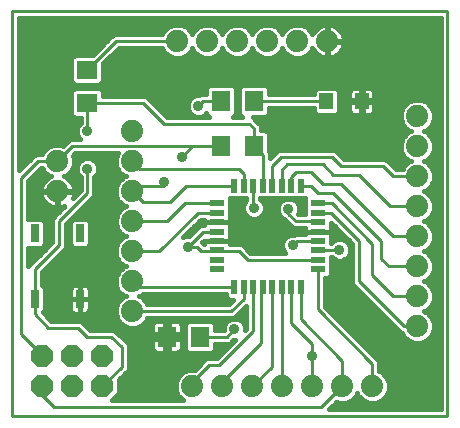
<source format=gtl>
G75*
%MOIN*%
%OFA0B0*%
%FSLAX24Y24*%
%IPPOS*%
%LPD*%
%AMOC8*
5,1,8,0,0,1.08239X$1,22.5*
%
%ADD10C,0.0100*%
%ADD11R,0.0500X0.0220*%
%ADD12R,0.0220X0.0500*%
%ADD13R,0.0630X0.0709*%
%ADD14R,0.0300X0.0600*%
%ADD15R,0.0472X0.0551*%
%ADD16C,0.0740*%
%ADD17OC8,0.0740*%
%ADD18R,0.0709X0.0630*%
%ADD19C,0.0160*%
%ADD20C,0.0356*%
D10*
X000180Y000180D02*
X014680Y000180D01*
X014680Y013680D01*
X000180Y013680D01*
X000180Y000180D01*
X001180Y000880D02*
X001580Y000480D01*
X010480Y000480D01*
X011180Y001180D01*
X011180Y002030D01*
X009782Y003428D01*
X009782Y004490D01*
X009480Y004477D02*
X009467Y004490D01*
X009480Y004477D02*
X009480Y003280D01*
X010180Y002580D01*
X010180Y002180D01*
X010180Y001180D01*
X009180Y001180D02*
X009152Y001208D01*
X009152Y004490D01*
X008837Y004490D02*
X008837Y001837D01*
X008180Y001180D01*
X007180Y001180D02*
X007180Y001330D01*
X008480Y002630D01*
X008480Y004447D01*
X008523Y004490D01*
X008208Y004490D02*
X008208Y003008D01*
X007080Y001880D01*
X006730Y001880D01*
X006180Y001330D01*
X006180Y001180D01*
X006431Y002830D02*
X007330Y002830D01*
X007580Y003080D01*
X007480Y003680D02*
X004180Y003680D01*
X004370Y004490D02*
X004180Y004680D01*
X004370Y004490D02*
X007578Y004490D01*
X007893Y004490D02*
X007893Y004093D01*
X007480Y003680D01*
X008017Y005393D02*
X007730Y005680D01*
X007018Y005680D01*
X006990Y005708D01*
X006962Y005680D01*
X006480Y005680D01*
X006330Y005830D01*
X006030Y005830D01*
X006537Y006337D01*
X006990Y006337D01*
X006990Y006967D02*
X006367Y006967D01*
X005080Y005680D01*
X004180Y005680D01*
X004180Y006680D02*
X005330Y006680D01*
X005932Y007282D01*
X006990Y007282D01*
X007578Y007870D02*
X005970Y007870D01*
X005430Y007330D01*
X004530Y007330D01*
X004180Y007680D01*
X004370Y007870D01*
X005230Y007870D01*
X005230Y007980D01*
X004430Y008430D02*
X004180Y008680D01*
X004430Y008430D02*
X007730Y008430D01*
X007893Y008267D01*
X007893Y007870D01*
X008208Y007870D02*
X008208Y007152D01*
X008230Y007130D01*
X008523Y007870D02*
X008523Y008889D01*
X008231Y009180D01*
X008231Y009779D01*
X008080Y009930D01*
X005230Y009930D01*
X004530Y010630D01*
X002681Y010630D01*
X002680Y010629D01*
X002680Y009680D01*
X002180Y009180D02*
X001680Y008680D01*
X001030Y008680D01*
X000480Y008130D01*
X000480Y002930D01*
X001180Y002230D01*
X001180Y002180D01*
X001380Y003130D02*
X002380Y003130D01*
X002680Y002830D01*
X003480Y002830D01*
X003830Y002480D01*
X003830Y001830D01*
X003180Y001180D01*
X001180Y001180D02*
X001180Y000880D01*
X001380Y003130D02*
X000930Y003580D01*
X000930Y004080D01*
X000930Y005080D01*
X001730Y005880D01*
X001730Y006680D01*
X002680Y007630D01*
X002680Y008430D01*
X002180Y009180D02*
X007129Y009180D01*
X006180Y009180D01*
X005830Y008830D01*
X006380Y010530D02*
X006530Y010680D01*
X007129Y010680D01*
X008231Y010680D02*
X010639Y010680D01*
X010830Y008830D02*
X009130Y008830D01*
X008837Y008537D01*
X008837Y007870D01*
X009152Y007870D02*
X009152Y008402D01*
X009330Y008580D01*
X010530Y008580D01*
X010880Y008230D01*
X011730Y008230D01*
X012780Y007180D01*
X013680Y007180D01*
X013680Y006180D02*
X012880Y006180D01*
X011130Y007930D01*
X010530Y007930D01*
X010130Y008330D01*
X009630Y008330D01*
X009467Y008167D01*
X009467Y007870D01*
X009782Y007870D02*
X010140Y007870D01*
X010380Y007630D01*
X010880Y007630D01*
X012480Y006030D01*
X012480Y005430D01*
X012730Y005180D01*
X013680Y005180D01*
X013680Y004180D02*
X012880Y004180D01*
X012180Y004880D01*
X012180Y005930D01*
X010828Y007282D01*
X010370Y007282D01*
X010370Y006967D02*
X010793Y006967D01*
X011730Y006030D01*
X011730Y004680D01*
X013230Y003180D01*
X013680Y003180D01*
X012180Y001930D02*
X012180Y001180D01*
X012180Y001930D02*
X010370Y003740D01*
X010370Y005078D01*
X010370Y005393D02*
X008017Y005393D01*
X009530Y005880D02*
X009673Y006023D01*
X010370Y006023D01*
X010370Y005708D02*
X011058Y005708D01*
X011080Y005730D01*
X010370Y006652D02*
X010342Y006680D01*
X009630Y006680D01*
X009380Y006930D01*
X009380Y007080D01*
X011130Y008530D02*
X012530Y008530D01*
X012880Y008180D01*
X013680Y008180D01*
X011130Y008530D02*
X010830Y008830D01*
X005680Y012680D02*
X003629Y012680D01*
X002680Y011731D01*
D11*
X006990Y007282D03*
X006990Y006967D03*
X006990Y006652D03*
X006990Y006337D03*
X006990Y006023D03*
X006990Y005708D03*
X006990Y005393D03*
X006990Y005078D03*
X010370Y005078D03*
X010370Y005393D03*
X010370Y005708D03*
X010370Y006023D03*
X010370Y006337D03*
X010370Y006652D03*
X010370Y006967D03*
X010370Y007282D03*
D12*
X009782Y007870D03*
X009467Y007870D03*
X009152Y007870D03*
X008837Y007870D03*
X008523Y007870D03*
X008208Y007870D03*
X007893Y007870D03*
X007578Y007870D03*
X007578Y004490D03*
X007893Y004490D03*
X008208Y004490D03*
X008523Y004490D03*
X008837Y004490D03*
X009152Y004490D03*
X009467Y004490D03*
X009782Y004490D03*
D13*
X006431Y002830D03*
X005329Y002830D03*
X007129Y009180D03*
X008231Y009180D03*
X008231Y010680D03*
X007129Y010680D03*
D14*
X002430Y006280D03*
X000930Y006280D03*
X000930Y004080D03*
X002430Y004080D03*
D15*
X010639Y010680D03*
X011821Y010680D03*
D16*
X013680Y010180D03*
X013680Y009180D03*
X013680Y008180D03*
X013680Y007180D03*
X013680Y006180D03*
X013680Y005180D03*
X013680Y004180D03*
X013680Y003180D03*
X012180Y001180D03*
X011180Y001180D03*
X010180Y001180D03*
X009180Y001180D03*
X008180Y001180D03*
X007180Y001180D03*
X006180Y001180D03*
X004180Y003680D03*
X004180Y004680D03*
X004180Y005680D03*
X004180Y006680D03*
X004180Y007680D03*
X004180Y008680D03*
X004180Y009680D03*
X001680Y008680D03*
X001680Y007680D03*
X005680Y012680D03*
X006680Y012680D03*
X007680Y012680D03*
X008680Y012680D03*
X009680Y012680D03*
X010680Y012680D03*
D17*
X003180Y002180D03*
X003180Y001180D03*
X002180Y001180D03*
X002180Y002180D03*
X001180Y002180D03*
X001180Y001180D03*
D18*
X002680Y010629D03*
X002680Y011731D03*
D19*
X003214Y011751D02*
X014450Y011751D01*
X014450Y011909D02*
X003214Y011909D01*
X003214Y011940D02*
X003724Y012450D01*
X005180Y012450D01*
X005214Y012368D01*
X005368Y012214D01*
X005571Y012130D01*
X005789Y012130D01*
X005992Y012214D01*
X006146Y012368D01*
X006180Y012450D01*
X006214Y012368D01*
X006368Y012214D01*
X006571Y012130D01*
X006789Y012130D01*
X006992Y012214D01*
X007146Y012368D01*
X007180Y012450D01*
X007214Y012368D01*
X007368Y012214D01*
X007571Y012130D01*
X007789Y012130D01*
X007992Y012214D01*
X008146Y012368D01*
X008180Y012450D01*
X008214Y012368D01*
X008368Y012214D01*
X008571Y012130D01*
X008789Y012130D01*
X008992Y012214D01*
X009146Y012368D01*
X009180Y012450D01*
X009214Y012368D01*
X009368Y012214D01*
X009571Y012130D01*
X009789Y012130D01*
X009992Y012214D01*
X010146Y012368D01*
X010180Y012450D01*
X010210Y012392D01*
X010260Y012322D01*
X010322Y012260D01*
X010392Y012210D01*
X010469Y012170D01*
X010551Y012144D01*
X010637Y012130D01*
X010660Y012130D01*
X010660Y012660D01*
X010700Y012660D01*
X010700Y012700D01*
X010660Y012700D01*
X010660Y013230D01*
X010637Y013230D01*
X010551Y013216D01*
X010469Y013190D01*
X010392Y013150D01*
X010322Y013100D01*
X010260Y013038D01*
X010210Y012968D01*
X010180Y012910D01*
X010146Y012992D01*
X009992Y013146D01*
X009789Y013230D01*
X009571Y013230D01*
X009368Y013146D01*
X009214Y012992D01*
X009180Y012910D01*
X009146Y012992D01*
X008992Y013146D01*
X008789Y013230D01*
X008571Y013230D01*
X008368Y013146D01*
X008214Y012992D01*
X008180Y012910D01*
X008146Y012992D01*
X007992Y013146D01*
X007789Y013230D01*
X007571Y013230D01*
X007368Y013146D01*
X007214Y012992D01*
X007180Y012910D01*
X007146Y012992D01*
X006992Y013146D01*
X006789Y013230D01*
X006571Y013230D01*
X006368Y013146D01*
X006214Y012992D01*
X006180Y012910D01*
X006146Y012992D01*
X005992Y013146D01*
X005789Y013230D01*
X005571Y013230D01*
X005368Y013146D01*
X005214Y012992D01*
X005180Y012910D01*
X003534Y012910D01*
X002850Y012226D01*
X002251Y012226D01*
X000410Y012226D01*
X000410Y012068D02*
X002146Y012068D01*
X002146Y012121D02*
X002146Y011342D01*
X002251Y011236D01*
X003109Y011236D01*
X003214Y011342D01*
X003214Y011940D01*
X003342Y012068D02*
X014450Y012068D01*
X014450Y012226D02*
X010991Y012226D01*
X010968Y012210D02*
X011038Y012260D01*
X011100Y012322D01*
X011150Y012392D01*
X011190Y012469D01*
X011216Y012551D01*
X011230Y012637D01*
X011230Y012660D01*
X010700Y012660D01*
X010700Y012130D01*
X010723Y012130D01*
X010809Y012144D01*
X010891Y012170D01*
X010968Y012210D01*
X010700Y012226D02*
X010660Y012226D01*
X010660Y012385D02*
X010700Y012385D01*
X010700Y012543D02*
X010660Y012543D01*
X010660Y012702D02*
X010700Y012702D01*
X010700Y012700D02*
X010700Y013230D01*
X010723Y013230D01*
X010809Y013216D01*
X010891Y013190D01*
X010968Y013150D01*
X011038Y013100D01*
X011100Y013038D01*
X011150Y012968D01*
X011190Y012891D01*
X011216Y012809D01*
X011230Y012723D01*
X011230Y012700D01*
X010700Y012700D01*
X010700Y012860D02*
X010660Y012860D01*
X010660Y013019D02*
X010700Y013019D01*
X010700Y013177D02*
X010660Y013177D01*
X010444Y013177D02*
X009917Y013177D01*
X010119Y013019D02*
X010246Y013019D01*
X010215Y012385D02*
X010153Y012385D01*
X010004Y012226D02*
X010369Y012226D01*
X011114Y013019D02*
X014450Y013019D01*
X014450Y012860D02*
X011200Y012860D01*
X011230Y012702D02*
X014450Y012702D01*
X014450Y012543D02*
X011214Y012543D01*
X011145Y012385D02*
X014450Y012385D01*
X014450Y013177D02*
X010916Y013177D01*
X009443Y013177D02*
X008917Y013177D01*
X009119Y013019D02*
X009241Y013019D01*
X009207Y012385D02*
X009153Y012385D01*
X009004Y012226D02*
X009356Y012226D01*
X008356Y012226D02*
X008004Y012226D01*
X008153Y012385D02*
X008207Y012385D01*
X008241Y013019D02*
X008119Y013019D01*
X007917Y013177D02*
X008443Y013177D01*
X007443Y013177D02*
X006917Y013177D01*
X007119Y013019D02*
X007241Y013019D01*
X007207Y012385D02*
X007153Y012385D01*
X007004Y012226D02*
X007356Y012226D01*
X006356Y012226D02*
X006004Y012226D01*
X006153Y012385D02*
X006207Y012385D01*
X006241Y013019D02*
X006119Y013019D01*
X005917Y013177D02*
X006443Y013177D01*
X005443Y013177D02*
X000410Y013177D01*
X000410Y013336D02*
X014450Y013336D01*
X014450Y013450D02*
X014450Y000410D01*
X010735Y000410D01*
X010989Y000664D01*
X011071Y000630D01*
X011289Y000630D01*
X011492Y000714D01*
X011646Y000868D01*
X011680Y000950D01*
X011714Y000868D01*
X011868Y000714D01*
X012071Y000630D01*
X012289Y000630D01*
X012492Y000714D01*
X012646Y000868D01*
X012730Y001071D01*
X012730Y001289D01*
X012646Y001492D01*
X012492Y001646D01*
X012410Y001680D01*
X012410Y002025D01*
X012275Y002160D01*
X010600Y003835D01*
X010600Y004788D01*
X010695Y004788D01*
X010800Y004893D01*
X010800Y005478D01*
X010826Y005478D01*
X010877Y005426D01*
X011009Y005372D01*
X011151Y005372D01*
X011283Y005426D01*
X011384Y005527D01*
X011438Y005659D01*
X011438Y005801D01*
X011384Y005933D01*
X011283Y006034D01*
X011151Y006088D01*
X011009Y006088D01*
X010877Y006034D01*
X010800Y005956D01*
X010800Y006204D01*
X010800Y006337D01*
X010370Y006337D01*
X009940Y006337D01*
X009940Y006253D01*
X009577Y006253D01*
X009563Y006238D01*
X009459Y006238D01*
X009327Y006184D01*
X009226Y006083D01*
X009172Y005951D01*
X009172Y005809D01*
X009226Y005677D01*
X009281Y005623D01*
X008113Y005623D01*
X007960Y005775D01*
X007825Y005910D01*
X007420Y005910D01*
X007420Y006023D01*
X007420Y006522D01*
X007420Y006652D01*
X006990Y006652D01*
X006990Y006652D01*
X006560Y006652D01*
X006560Y006567D01*
X006442Y006567D01*
X006063Y006188D01*
X005959Y006188D01*
X005881Y006156D01*
X006463Y006737D01*
X006560Y006737D01*
X006560Y006652D01*
X006990Y006652D01*
X006990Y006652D01*
X007420Y006652D01*
X007420Y007440D01*
X007978Y007440D01*
X007978Y007384D01*
X007926Y007333D01*
X007872Y007201D01*
X007872Y007059D01*
X007926Y006927D01*
X008027Y006826D01*
X008159Y006772D01*
X008301Y006772D01*
X008433Y006826D01*
X008534Y006927D01*
X008588Y007059D01*
X008588Y007201D01*
X008534Y007333D01*
X008438Y007429D01*
X008438Y007440D01*
X009940Y007440D01*
X009940Y006910D01*
X009725Y006910D01*
X009705Y006930D01*
X009738Y007009D01*
X009738Y007151D01*
X009684Y007283D01*
X009583Y007384D01*
X009451Y007438D01*
X009309Y007438D01*
X009177Y007384D01*
X009076Y007283D01*
X009022Y007151D01*
X009022Y007009D01*
X009076Y006877D01*
X009177Y006776D01*
X009230Y006754D01*
X009400Y006585D01*
X009535Y006450D01*
X009940Y006450D01*
X009940Y006337D01*
X010370Y006337D01*
X010370Y006337D01*
X010370Y006337D01*
X010800Y006337D01*
X010800Y006635D01*
X011500Y005935D01*
X011500Y004585D01*
X011635Y004450D01*
X013135Y002950D01*
X013180Y002950D01*
X013214Y002868D01*
X013368Y002714D01*
X013571Y002630D01*
X013789Y002630D01*
X013992Y002714D01*
X014146Y002868D01*
X014230Y003071D01*
X014230Y003289D01*
X014146Y003492D01*
X013992Y003646D01*
X013910Y003680D01*
X013992Y003714D01*
X014146Y003868D01*
X014230Y004071D01*
X014230Y004289D01*
X014146Y004492D01*
X013992Y004646D01*
X013910Y004680D01*
X013992Y004714D01*
X014146Y004868D01*
X014230Y005071D01*
X014230Y005289D01*
X014146Y005492D01*
X013992Y005646D01*
X013910Y005680D01*
X013992Y005714D01*
X014146Y005868D01*
X014230Y006071D01*
X014230Y006289D01*
X014146Y006492D01*
X013992Y006646D01*
X013910Y006680D01*
X013992Y006714D01*
X014146Y006868D01*
X014230Y007071D01*
X014230Y007289D01*
X014146Y007492D01*
X013992Y007646D01*
X013910Y007680D01*
X013992Y007714D01*
X014146Y007868D01*
X014230Y008071D01*
X014230Y008289D01*
X014146Y008492D01*
X013992Y008646D01*
X013910Y008680D01*
X013992Y008714D01*
X014146Y008868D01*
X014230Y009071D01*
X014230Y009289D01*
X014146Y009492D01*
X013992Y009646D01*
X013910Y009680D01*
X013992Y009714D01*
X014146Y009868D01*
X014230Y010071D01*
X014230Y010289D01*
X014146Y010492D01*
X013992Y010646D01*
X013789Y010730D01*
X013571Y010730D01*
X013368Y010646D01*
X013214Y010492D01*
X013130Y010289D01*
X013130Y010071D01*
X013214Y009868D01*
X013368Y009714D01*
X013450Y009680D01*
X013368Y009646D01*
X013214Y009492D01*
X013130Y009289D01*
X013130Y009071D01*
X013214Y008868D01*
X013368Y008714D01*
X013450Y008680D01*
X013368Y008646D01*
X013214Y008492D01*
X013180Y008410D01*
X012975Y008410D01*
X012625Y008760D01*
X011225Y008760D01*
X010925Y009060D01*
X009035Y009060D01*
X008900Y008925D01*
X008753Y008778D01*
X008753Y008984D01*
X008726Y009010D01*
X008726Y009609D01*
X008621Y009714D01*
X008461Y009714D01*
X008461Y009874D01*
X008310Y010025D01*
X008190Y010146D01*
X008621Y010146D01*
X008726Y010251D01*
X008726Y010450D01*
X010223Y010450D01*
X010223Y010330D01*
X010329Y010224D01*
X010950Y010224D01*
X011056Y010330D01*
X011056Y011030D01*
X010950Y011136D01*
X010329Y011136D01*
X010223Y011030D01*
X010223Y010910D01*
X008726Y010910D01*
X008726Y011109D01*
X008621Y011214D01*
X007842Y011214D01*
X007736Y011109D01*
X007736Y010251D01*
X007827Y010160D01*
X007533Y010160D01*
X007624Y010251D01*
X007624Y011109D01*
X007518Y011214D01*
X006739Y011214D01*
X006634Y011109D01*
X006634Y010910D01*
X006435Y010910D01*
X006413Y010888D01*
X006309Y010888D01*
X006177Y010834D01*
X006076Y010733D01*
X006022Y010601D01*
X006022Y010459D01*
X006076Y010327D01*
X006177Y010226D01*
X006309Y010172D01*
X006451Y010172D01*
X006583Y010226D01*
X006634Y010277D01*
X006634Y010251D01*
X006725Y010160D01*
X005325Y010160D01*
X004760Y010725D01*
X004625Y010860D01*
X003214Y010860D01*
X003214Y011018D01*
X003109Y011124D01*
X002251Y011124D01*
X002146Y011018D01*
X002146Y010239D01*
X002251Y010134D01*
X002450Y010134D01*
X002450Y009956D01*
X002376Y009883D01*
X002322Y009751D01*
X002322Y009609D01*
X002376Y009477D01*
X002444Y009410D01*
X002085Y009410D01*
X001871Y009196D01*
X001789Y009230D01*
X001571Y009230D01*
X001368Y009146D01*
X001214Y008992D01*
X001180Y008910D01*
X000935Y008910D01*
X000800Y008775D01*
X000410Y008385D01*
X000410Y013450D01*
X014450Y013450D01*
X014450Y011592D02*
X003214Y011592D01*
X003214Y011434D02*
X014450Y011434D01*
X014450Y011275D02*
X003148Y011275D01*
X003116Y011117D02*
X006641Y011117D01*
X006634Y010958D02*
X003214Y010958D01*
X002244Y011117D02*
X000410Y011117D01*
X000410Y011275D02*
X002212Y011275D01*
X002146Y011434D02*
X000410Y011434D01*
X000410Y011592D02*
X002146Y011592D01*
X002146Y011751D02*
X000410Y011751D01*
X000410Y011909D02*
X002146Y011909D01*
X002146Y012121D02*
X002251Y012226D01*
X003008Y012385D02*
X000410Y012385D01*
X000410Y012543D02*
X003167Y012543D01*
X003325Y012702D02*
X000410Y012702D01*
X000410Y012860D02*
X003484Y012860D01*
X003659Y012385D02*
X005207Y012385D01*
X005356Y012226D02*
X003500Y012226D01*
X002146Y010958D02*
X000410Y010958D01*
X000410Y010800D02*
X002146Y010800D01*
X002146Y010641D02*
X000410Y010641D01*
X000410Y010483D02*
X002146Y010483D01*
X002146Y010324D02*
X000410Y010324D01*
X000410Y010166D02*
X002219Y010166D01*
X002450Y010007D02*
X000410Y010007D01*
X000410Y009849D02*
X002362Y009849D01*
X002322Y009690D02*
X000410Y009690D01*
X000410Y009532D02*
X002354Y009532D01*
X002048Y009373D02*
X000410Y009373D01*
X000410Y009215D02*
X001533Y009215D01*
X001827Y009215D02*
X001889Y009215D01*
X002223Y008898D02*
X003675Y008898D01*
X003697Y008950D02*
X003630Y008789D01*
X003630Y008571D01*
X003714Y008368D01*
X003868Y008214D01*
X003950Y008180D01*
X003868Y008146D01*
X003714Y007992D01*
X003630Y007789D01*
X003630Y007571D01*
X003714Y007368D01*
X003868Y007214D01*
X003950Y007180D01*
X003868Y007146D01*
X003714Y006992D01*
X003630Y006789D01*
X003630Y006571D01*
X003714Y006368D01*
X003868Y006214D01*
X003950Y006180D01*
X003868Y006146D01*
X003714Y005992D01*
X003630Y005789D01*
X003630Y005571D01*
X003714Y005368D01*
X003868Y005214D01*
X003950Y005180D01*
X003868Y005146D01*
X003714Y004992D01*
X003630Y004789D01*
X003630Y004571D01*
X003714Y004368D01*
X003868Y004214D01*
X003950Y004180D01*
X003868Y004146D01*
X003714Y003992D01*
X003630Y003789D01*
X003630Y003571D01*
X003714Y003368D01*
X003868Y003214D01*
X004071Y003130D01*
X004289Y003130D01*
X004492Y003214D01*
X004646Y003368D01*
X004680Y003450D01*
X007575Y003450D01*
X007710Y003585D01*
X007978Y003852D01*
X007978Y003103D01*
X007938Y003063D01*
X007938Y003151D01*
X007884Y003283D01*
X007783Y003384D01*
X007651Y003438D01*
X007509Y003438D01*
X007377Y003384D01*
X007276Y003283D01*
X007222Y003151D01*
X007222Y003060D01*
X006926Y003060D01*
X006926Y003259D01*
X006821Y003364D01*
X006042Y003364D01*
X005936Y003259D01*
X005936Y002401D01*
X006042Y002296D01*
X006821Y002296D01*
X006926Y002401D01*
X006926Y002600D01*
X007425Y002600D01*
X007547Y002722D01*
X007597Y002722D01*
X006985Y002110D01*
X006635Y002110D01*
X006255Y001730D01*
X006071Y001730D01*
X005868Y001646D01*
X005714Y001492D01*
X005630Y001289D01*
X005630Y001071D01*
X005714Y000868D01*
X005868Y000714D01*
X005877Y000710D01*
X003488Y000710D01*
X003730Y000952D01*
X003730Y001405D01*
X004060Y001735D01*
X004060Y002575D01*
X003925Y002710D01*
X003575Y003060D01*
X002775Y003060D01*
X002475Y003360D01*
X001475Y003360D01*
X001195Y003640D01*
X001260Y003705D01*
X001260Y004455D01*
X001160Y004555D01*
X001160Y004985D01*
X001825Y005650D01*
X001960Y005785D01*
X001960Y006585D01*
X002775Y007400D01*
X002910Y007535D01*
X002910Y008154D01*
X002984Y008227D01*
X003038Y008359D01*
X003038Y008501D01*
X002984Y008633D01*
X002883Y008734D01*
X002751Y008788D01*
X002609Y008788D01*
X002477Y008734D01*
X002376Y008633D01*
X002322Y008501D01*
X002322Y008359D01*
X002376Y008227D01*
X002450Y008154D01*
X002450Y007725D01*
X002186Y007461D01*
X002190Y007469D01*
X002216Y007551D01*
X002230Y007637D01*
X002230Y007660D01*
X001700Y007660D01*
X001700Y007700D01*
X002230Y007700D01*
X002230Y007723D01*
X002216Y007809D01*
X002190Y007891D01*
X002150Y007968D01*
X002100Y008038D01*
X002038Y008100D01*
X001968Y008150D01*
X001910Y008180D01*
X001992Y008214D01*
X002146Y008368D01*
X002230Y008571D01*
X002230Y008789D01*
X002196Y008871D01*
X002275Y008950D01*
X003697Y008950D01*
X003630Y008739D02*
X002870Y008739D01*
X003005Y008581D02*
X003630Y008581D01*
X003692Y008422D02*
X003038Y008422D01*
X002999Y008264D02*
X003819Y008264D01*
X003827Y008105D02*
X002910Y008105D01*
X002910Y007947D02*
X003695Y007947D01*
X003630Y007788D02*
X002910Y007788D01*
X002910Y007630D02*
X003630Y007630D01*
X003671Y007471D02*
X002846Y007471D01*
X002688Y007313D02*
X003770Y007313D01*
X003887Y007154D02*
X002529Y007154D01*
X002371Y006996D02*
X003718Y006996D01*
X003650Y006837D02*
X002212Y006837D01*
X002205Y006760D02*
X002100Y006655D01*
X002100Y005905D01*
X002205Y005800D01*
X002655Y005800D01*
X002760Y005905D01*
X002760Y006655D01*
X002655Y006760D01*
X002205Y006760D01*
X002124Y006679D02*
X002054Y006679D01*
X002100Y006520D02*
X001960Y006520D01*
X001960Y006362D02*
X002100Y006362D01*
X002100Y006203D02*
X001960Y006203D01*
X001960Y006045D02*
X002100Y006045D01*
X002119Y005886D02*
X001960Y005886D01*
X001903Y005728D02*
X003630Y005728D01*
X003631Y005569D02*
X001744Y005569D01*
X001586Y005411D02*
X003696Y005411D01*
X003830Y005252D02*
X001427Y005252D01*
X001269Y005094D02*
X003816Y005094D01*
X003690Y004935D02*
X001160Y004935D01*
X001160Y004777D02*
X003630Y004777D01*
X003630Y004618D02*
X001160Y004618D01*
X001255Y004460D02*
X002118Y004460D01*
X002112Y004449D02*
X002100Y004404D01*
X002100Y004080D01*
X002430Y004080D01*
X002430Y004080D01*
X002430Y004560D01*
X002604Y004560D01*
X002649Y004548D01*
X002691Y004524D01*
X002724Y004491D01*
X002748Y004449D01*
X002760Y004404D01*
X002760Y004080D01*
X002430Y004080D01*
X002430Y004080D01*
X002430Y004080D01*
X002430Y004560D01*
X002256Y004560D01*
X002211Y004548D01*
X002169Y004524D01*
X002136Y004491D01*
X002112Y004449D01*
X002100Y004301D02*
X001260Y004301D01*
X001260Y004143D02*
X002100Y004143D01*
X002100Y004080D02*
X002100Y003756D01*
X002112Y003711D01*
X002136Y003669D01*
X002169Y003636D01*
X002211Y003612D01*
X002256Y003600D01*
X002430Y003600D01*
X002604Y003600D01*
X002649Y003612D01*
X002691Y003636D01*
X002724Y003669D01*
X002748Y003711D01*
X002760Y003756D01*
X002760Y004080D01*
X002430Y004080D01*
X002430Y003600D01*
X002430Y004080D01*
X002430Y004080D01*
X002100Y004080D01*
X002100Y003984D02*
X001260Y003984D01*
X001260Y003826D02*
X002100Y003826D01*
X002138Y003667D02*
X001222Y003667D01*
X001327Y003509D02*
X003656Y003509D01*
X003630Y003667D02*
X002722Y003667D01*
X002760Y003826D02*
X003645Y003826D01*
X003711Y003984D02*
X002760Y003984D01*
X002760Y004143D02*
X003865Y004143D01*
X003781Y004301D02*
X002760Y004301D01*
X002742Y004460D02*
X003676Y004460D01*
X004410Y004180D02*
X004492Y004214D01*
X004538Y004260D01*
X007288Y004260D01*
X007288Y004165D01*
X007393Y004060D01*
X007535Y004060D01*
X007385Y003910D01*
X004680Y003910D01*
X004646Y003992D01*
X004492Y004146D01*
X004410Y004180D01*
X004495Y004143D02*
X007311Y004143D01*
X007459Y003984D02*
X004649Y003984D01*
X004628Y003350D02*
X004941Y003350D01*
X004944Y003352D02*
X004903Y003328D01*
X004870Y003295D01*
X004846Y003254D01*
X004834Y003208D01*
X004834Y002907D01*
X005251Y002907D01*
X005251Y002753D01*
X004834Y002753D01*
X004834Y002452D01*
X004846Y002406D01*
X004870Y002365D01*
X004903Y002332D01*
X004944Y002308D01*
X004990Y002296D01*
X005251Y002296D01*
X005251Y002753D01*
X005406Y002753D01*
X005406Y002907D01*
X005824Y002907D01*
X005824Y003208D01*
X005812Y003254D01*
X005788Y003295D01*
X005754Y003328D01*
X005713Y003352D01*
X005667Y003364D01*
X005406Y003364D01*
X005406Y002907D01*
X005251Y002907D01*
X005251Y003364D01*
X004990Y003364D01*
X004944Y003352D01*
X004834Y003192D02*
X004438Y003192D01*
X004834Y003033D02*
X003602Y003033D01*
X003761Y002875D02*
X005251Y002875D01*
X005406Y002875D02*
X005936Y002875D01*
X005936Y003033D02*
X005824Y003033D01*
X005824Y003192D02*
X005936Y003192D01*
X006027Y003350D02*
X005717Y003350D01*
X005406Y003350D02*
X005251Y003350D01*
X005251Y003192D02*
X005406Y003192D01*
X005406Y003033D02*
X005251Y003033D01*
X005251Y002716D02*
X005406Y002716D01*
X005406Y002753D02*
X005406Y002296D01*
X005667Y002296D01*
X005713Y002308D01*
X005754Y002332D01*
X005788Y002365D01*
X005812Y002406D01*
X005824Y002452D01*
X005824Y002753D01*
X005406Y002753D01*
X005406Y002558D02*
X005251Y002558D01*
X005251Y002399D02*
X005406Y002399D01*
X005807Y002399D02*
X005938Y002399D01*
X005936Y002558D02*
X005824Y002558D01*
X005824Y002716D02*
X005936Y002716D01*
X006607Y002082D02*
X004060Y002082D01*
X004060Y002241D02*
X007115Y002241D01*
X007274Y002399D02*
X006924Y002399D01*
X006926Y002558D02*
X007432Y002558D01*
X007541Y002716D02*
X007591Y002716D01*
X007921Y003192D02*
X007978Y003192D01*
X007978Y003350D02*
X007816Y003350D01*
X007978Y003509D02*
X007634Y003509D01*
X007792Y003667D02*
X007978Y003667D01*
X007978Y003826D02*
X007951Y003826D01*
X007344Y003350D02*
X006835Y003350D01*
X006926Y003192D02*
X007239Y003192D01*
X006448Y001924D02*
X004060Y001924D01*
X004060Y001765D02*
X006290Y001765D01*
X005829Y001607D02*
X003932Y001607D01*
X003773Y001448D02*
X005696Y001448D01*
X005630Y001290D02*
X003730Y001290D01*
X003730Y001131D02*
X005630Y001131D01*
X005671Y000973D02*
X003730Y000973D01*
X003592Y000814D02*
X005768Y000814D01*
X004850Y002399D02*
X004060Y002399D01*
X004060Y002558D02*
X004834Y002558D01*
X004834Y002716D02*
X003919Y002716D01*
X003922Y003192D02*
X002644Y003192D01*
X002485Y003350D02*
X003732Y003350D01*
X002430Y003667D02*
X002430Y003667D01*
X002430Y003826D02*
X002430Y003826D01*
X002430Y003984D02*
X002430Y003984D01*
X002430Y004143D02*
X002430Y004143D01*
X002430Y004301D02*
X002430Y004301D01*
X002430Y004460D02*
X002430Y004460D01*
X001252Y005728D02*
X000710Y005728D01*
X000710Y005800D02*
X001155Y005800D01*
X001260Y005905D01*
X001260Y006655D01*
X001155Y006760D01*
X000710Y006760D01*
X000710Y008035D01*
X001125Y008450D01*
X001180Y008450D01*
X001214Y008368D01*
X001368Y008214D01*
X001450Y008180D01*
X001392Y008150D01*
X001322Y008100D01*
X001260Y008038D01*
X001210Y007968D01*
X001170Y007891D01*
X001144Y007809D01*
X001130Y007723D01*
X001130Y007700D01*
X001660Y007700D01*
X001660Y007660D01*
X001700Y007660D01*
X001700Y007130D01*
X001723Y007130D01*
X001809Y007144D01*
X001891Y007170D01*
X001899Y007174D01*
X001500Y006775D01*
X001500Y005975D01*
X000710Y005185D01*
X000710Y005800D01*
X000710Y005569D02*
X001094Y005569D01*
X000935Y005411D02*
X000710Y005411D01*
X000710Y005252D02*
X000777Y005252D01*
X001241Y005886D02*
X001411Y005886D01*
X001500Y006045D02*
X001260Y006045D01*
X001260Y006203D02*
X001500Y006203D01*
X001500Y006362D02*
X001260Y006362D01*
X001260Y006520D02*
X001500Y006520D01*
X001500Y006679D02*
X001236Y006679D01*
X001562Y006837D02*
X000710Y006837D01*
X000710Y006996D02*
X001720Y006996D01*
X001660Y007130D02*
X001660Y007660D01*
X001130Y007660D01*
X001130Y007637D01*
X001144Y007551D01*
X001170Y007469D01*
X001210Y007392D01*
X001260Y007322D01*
X001322Y007260D01*
X001392Y007210D01*
X001469Y007170D01*
X001551Y007144D01*
X001637Y007130D01*
X001660Y007130D01*
X001660Y007154D02*
X001700Y007154D01*
X001841Y007154D02*
X001879Y007154D01*
X001700Y007313D02*
X001660Y007313D01*
X001660Y007471D02*
X001700Y007471D01*
X001700Y007630D02*
X001660Y007630D01*
X001270Y007313D02*
X000710Y007313D01*
X000710Y007471D02*
X001170Y007471D01*
X001131Y007630D02*
X000710Y007630D01*
X000710Y007788D02*
X001140Y007788D01*
X001199Y007947D02*
X000710Y007947D01*
X000780Y008105D02*
X001329Y008105D01*
X001319Y008264D02*
X000939Y008264D01*
X001097Y008422D02*
X001192Y008422D01*
X000764Y008739D02*
X000410Y008739D01*
X000410Y008898D02*
X000922Y008898D01*
X001278Y009056D02*
X000410Y009056D01*
X000410Y008581D02*
X000605Y008581D01*
X000447Y008422D02*
X000410Y008422D01*
X000710Y007154D02*
X001519Y007154D01*
X002190Y007471D02*
X002196Y007471D01*
X002229Y007630D02*
X002354Y007630D01*
X002450Y007788D02*
X002220Y007788D01*
X002161Y007947D02*
X002450Y007947D01*
X002450Y008105D02*
X002031Y008105D01*
X002041Y008264D02*
X002361Y008264D01*
X002322Y008422D02*
X002168Y008422D01*
X002230Y008581D02*
X002355Y008581D01*
X002230Y008739D02*
X002490Y008739D01*
X002736Y006679D02*
X003630Y006679D01*
X003651Y006520D02*
X002760Y006520D01*
X002760Y006362D02*
X003721Y006362D01*
X003894Y006203D02*
X002760Y006203D01*
X002760Y006045D02*
X003767Y006045D01*
X003670Y005886D02*
X002741Y005886D01*
X005928Y006203D02*
X006078Y006203D01*
X006087Y006362D02*
X006236Y006362D01*
X006245Y006520D02*
X006395Y006520D01*
X006404Y006679D02*
X006560Y006679D01*
X006560Y006035D02*
X006505Y005980D01*
X006560Y005925D01*
X006560Y006023D01*
X006560Y006035D01*
X006560Y006023D02*
X006990Y006023D01*
X007420Y006023D01*
X006990Y006023D01*
X006990Y006023D01*
X006990Y006023D01*
X006560Y006023D01*
X007420Y006045D02*
X009211Y006045D01*
X009172Y005886D02*
X007849Y005886D01*
X008008Y005728D02*
X009206Y005728D01*
X009374Y006203D02*
X007420Y006203D01*
X007420Y006362D02*
X009940Y006362D01*
X009465Y006520D02*
X007420Y006520D01*
X007420Y006679D02*
X009306Y006679D01*
X009117Y006837D02*
X008443Y006837D01*
X008562Y006996D02*
X009027Y006996D01*
X009023Y007154D02*
X008588Y007154D01*
X008542Y007313D02*
X009106Y007313D01*
X009654Y007313D02*
X009940Y007313D01*
X009940Y007154D02*
X009737Y007154D01*
X009733Y006996D02*
X009940Y006996D01*
X010800Y006520D02*
X010915Y006520D01*
X010800Y006362D02*
X011073Y006362D01*
X011232Y006203D02*
X010800Y006203D01*
X010800Y006045D02*
X010904Y006045D01*
X011256Y006045D02*
X011390Y006045D01*
X011403Y005886D02*
X011500Y005886D01*
X011500Y005728D02*
X011438Y005728D01*
X011401Y005569D02*
X011500Y005569D01*
X011500Y005411D02*
X011244Y005411D01*
X011500Y005252D02*
X010800Y005252D01*
X010800Y005094D02*
X011500Y005094D01*
X011500Y004935D02*
X010800Y004935D01*
X010600Y004777D02*
X011500Y004777D01*
X011500Y004618D02*
X010600Y004618D01*
X010600Y004460D02*
X011625Y004460D01*
X011784Y004301D02*
X010600Y004301D01*
X010600Y004143D02*
X011942Y004143D01*
X012101Y003984D02*
X010600Y003984D01*
X010610Y003826D02*
X012259Y003826D01*
X012418Y003667D02*
X010768Y003667D01*
X010927Y003509D02*
X012576Y003509D01*
X012735Y003350D02*
X011085Y003350D01*
X011244Y003192D02*
X012893Y003192D01*
X013052Y003033D02*
X011402Y003033D01*
X011561Y002875D02*
X013211Y002875D01*
X013366Y002716D02*
X011719Y002716D01*
X011878Y002558D02*
X014450Y002558D01*
X014450Y002716D02*
X013994Y002716D01*
X014149Y002875D02*
X014450Y002875D01*
X014450Y003033D02*
X014214Y003033D01*
X014230Y003192D02*
X014450Y003192D01*
X014450Y003350D02*
X014205Y003350D01*
X014129Y003509D02*
X014450Y003509D01*
X014450Y003667D02*
X013941Y003667D01*
X014103Y003826D02*
X014450Y003826D01*
X014450Y003984D02*
X014194Y003984D01*
X014230Y004143D02*
X014450Y004143D01*
X014450Y004301D02*
X014225Y004301D01*
X014160Y004460D02*
X014450Y004460D01*
X014450Y004618D02*
X014020Y004618D01*
X014054Y004777D02*
X014450Y004777D01*
X014450Y004935D02*
X014174Y004935D01*
X014230Y005094D02*
X014450Y005094D01*
X014450Y005252D02*
X014230Y005252D01*
X014180Y005411D02*
X014450Y005411D01*
X014450Y005569D02*
X014069Y005569D01*
X014005Y005728D02*
X014450Y005728D01*
X014450Y005886D02*
X014154Y005886D01*
X014219Y006045D02*
X014450Y006045D01*
X014450Y006203D02*
X014230Y006203D01*
X014200Y006362D02*
X014450Y006362D01*
X014450Y006520D02*
X014118Y006520D01*
X013914Y006679D02*
X014450Y006679D01*
X014450Y006837D02*
X014115Y006837D01*
X014199Y006996D02*
X014450Y006996D01*
X014450Y007154D02*
X014230Y007154D01*
X014220Y007313D02*
X014450Y007313D01*
X014450Y007471D02*
X014155Y007471D01*
X014008Y007630D02*
X014450Y007630D01*
X014450Y007788D02*
X014066Y007788D01*
X014179Y007947D02*
X014450Y007947D01*
X014450Y008105D02*
X014230Y008105D01*
X014230Y008264D02*
X014450Y008264D01*
X014450Y008422D02*
X014175Y008422D01*
X014057Y008581D02*
X014450Y008581D01*
X014450Y008739D02*
X014017Y008739D01*
X014158Y008898D02*
X014450Y008898D01*
X014450Y009056D02*
X014224Y009056D01*
X014230Y009215D02*
X014450Y009215D01*
X014450Y009373D02*
X014195Y009373D01*
X014106Y009532D02*
X014450Y009532D01*
X014450Y009690D02*
X013934Y009690D01*
X014126Y009849D02*
X014450Y009849D01*
X014450Y010007D02*
X014204Y010007D01*
X014230Y010166D02*
X014450Y010166D01*
X014450Y010324D02*
X014216Y010324D01*
X014150Y010483D02*
X014450Y010483D01*
X014450Y010641D02*
X013997Y010641D01*
X014450Y010800D02*
X012237Y010800D01*
X012237Y010718D02*
X012237Y010979D01*
X012225Y011025D01*
X012201Y011066D01*
X012167Y011100D01*
X012126Y011123D01*
X012080Y011136D01*
X011859Y011136D01*
X011859Y010718D01*
X012237Y010718D01*
X012237Y010642D02*
X011859Y010642D01*
X011859Y010718D01*
X011782Y010718D01*
X011782Y010642D01*
X011404Y010642D01*
X011404Y010381D01*
X011417Y010335D01*
X011440Y010294D01*
X011474Y010260D01*
X011515Y010237D01*
X011561Y010224D01*
X011782Y010224D01*
X011782Y010642D01*
X011859Y010642D01*
X011859Y010224D01*
X012080Y010224D01*
X012126Y010237D01*
X012167Y010260D01*
X012201Y010294D01*
X012225Y010335D01*
X012237Y010381D01*
X012237Y010642D01*
X012237Y010641D02*
X013363Y010641D01*
X013210Y010483D02*
X012237Y010483D01*
X012218Y010324D02*
X013144Y010324D01*
X013130Y010166D02*
X008641Y010166D01*
X008726Y010324D02*
X010229Y010324D01*
X010223Y010958D02*
X008726Y010958D01*
X008719Y011117D02*
X010310Y011117D01*
X010969Y011117D02*
X011503Y011117D01*
X011515Y011123D02*
X011474Y011100D01*
X011440Y011066D01*
X011417Y011025D01*
X011404Y010979D01*
X011404Y010718D01*
X011782Y010718D01*
X011782Y011136D01*
X011561Y011136D01*
X011515Y011123D01*
X011404Y010958D02*
X011056Y010958D01*
X011056Y010800D02*
X011404Y010800D01*
X011404Y010641D02*
X011056Y010641D01*
X011056Y010483D02*
X011404Y010483D01*
X011423Y010324D02*
X011050Y010324D01*
X011782Y010324D02*
X011859Y010324D01*
X011859Y010483D02*
X011782Y010483D01*
X011782Y010641D02*
X011859Y010641D01*
X011859Y010800D02*
X011782Y010800D01*
X011782Y010958D02*
X011859Y010958D01*
X011859Y011117D02*
X011782Y011117D01*
X012138Y011117D02*
X014450Y011117D01*
X014450Y010958D02*
X012237Y010958D01*
X013156Y010007D02*
X008328Y010007D01*
X008461Y009849D02*
X013234Y009849D01*
X013426Y009690D02*
X008645Y009690D01*
X008726Y009532D02*
X013254Y009532D01*
X013165Y009373D02*
X008726Y009373D01*
X008726Y009215D02*
X013130Y009215D01*
X013136Y009056D02*
X010929Y009056D01*
X011088Y008898D02*
X013202Y008898D01*
X013343Y008739D02*
X012646Y008739D01*
X012805Y008581D02*
X013303Y008581D01*
X013185Y008422D02*
X012963Y008422D01*
X010916Y005411D02*
X010800Y005411D01*
X008017Y006837D02*
X007420Y006837D01*
X007420Y006996D02*
X007898Y006996D01*
X007872Y007154D02*
X007420Y007154D01*
X007420Y007313D02*
X007918Y007313D01*
X008753Y008898D02*
X008872Y008898D01*
X008726Y009056D02*
X009031Y009056D01*
X007822Y010166D02*
X007538Y010166D01*
X007624Y010324D02*
X007736Y010324D01*
X007736Y010483D02*
X007624Y010483D01*
X007624Y010641D02*
X007736Y010641D01*
X007736Y010800D02*
X007624Y010800D01*
X007624Y010958D02*
X007736Y010958D01*
X007744Y011117D02*
X007616Y011117D01*
X006719Y010166D02*
X005320Y010166D01*
X005161Y010324D02*
X006080Y010324D01*
X006022Y010483D02*
X005003Y010483D01*
X004844Y010641D02*
X006038Y010641D01*
X006143Y010800D02*
X004686Y010800D01*
X005241Y013019D02*
X000410Y013019D01*
X012036Y002399D02*
X014450Y002399D01*
X014450Y002241D02*
X012195Y002241D01*
X012353Y002082D02*
X014450Y002082D01*
X014450Y001924D02*
X012410Y001924D01*
X012410Y001765D02*
X014450Y001765D01*
X014450Y001607D02*
X012531Y001607D01*
X012664Y001448D02*
X014450Y001448D01*
X014450Y001290D02*
X012730Y001290D01*
X012730Y001131D02*
X014450Y001131D01*
X014450Y000973D02*
X012689Y000973D01*
X012592Y000814D02*
X014450Y000814D01*
X014450Y000656D02*
X012351Y000656D01*
X012009Y000656D02*
X011351Y000656D01*
X011592Y000814D02*
X011768Y000814D01*
X011009Y000656D02*
X010981Y000656D01*
X010822Y000497D02*
X014450Y000497D01*
D20*
X011380Y003830D03*
X010180Y002180D03*
X007580Y003080D03*
X006380Y004080D03*
X006030Y005830D03*
X005230Y007980D03*
X005830Y008830D03*
X006380Y010530D03*
X004380Y011730D03*
X002680Y009680D03*
X002680Y008430D03*
X003180Y006780D03*
X001080Y010530D03*
X008230Y007130D03*
X009380Y007080D03*
X009530Y005880D03*
X011080Y005730D03*
X010980Y009430D03*
X012930Y011880D03*
X004680Y001130D03*
M02*

</source>
